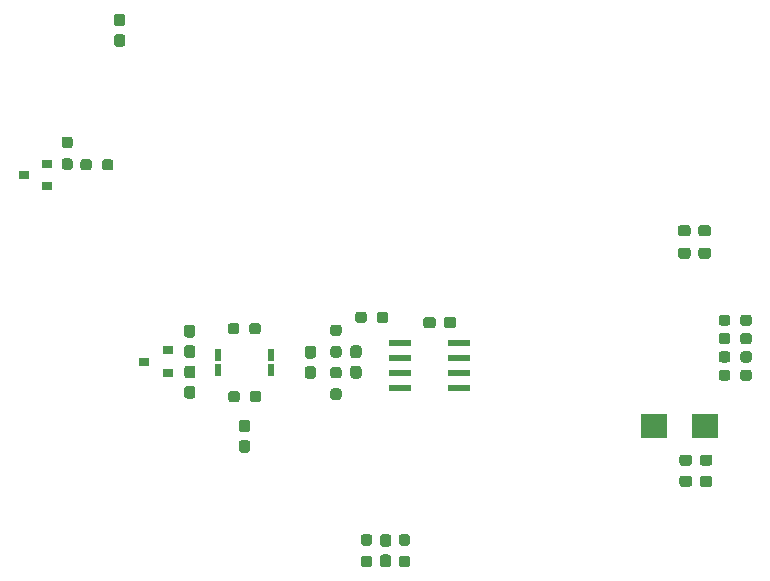
<source format=gbr>
%TF.GenerationSoftware,KiCad,Pcbnew,(5.1.6)-1*%
%TF.CreationDate,2020-11-25T15:36:35+01:00*%
%TF.ProjectId,Board,426f6172-642e-46b6-9963-61645f706362,rev?*%
%TF.SameCoordinates,Original*%
%TF.FileFunction,Paste,Bot*%
%TF.FilePolarity,Positive*%
%FSLAX46Y46*%
G04 Gerber Fmt 4.6, Leading zero omitted, Abs format (unit mm)*
G04 Created by KiCad (PCBNEW (5.1.6)-1) date 2020-11-25 15:36:35*
%MOMM*%
%LPD*%
G01*
G04 APERTURE LIST*
%ADD10R,0.600000X1.000000*%
%ADD11R,0.900000X0.800000*%
%ADD12R,2.290000X2.120000*%
%ADD13R,1.981200X0.558800*%
G04 APERTURE END LIST*
%TO.C,C18*%
G36*
G01*
X73312500Y-100377500D02*
X73787500Y-100377500D01*
G75*
G02*
X74025000Y-100615000I0J-237500D01*
G01*
X74025000Y-101215000D01*
G75*
G02*
X73787500Y-101452500I-237500J0D01*
G01*
X73312500Y-101452500D01*
G75*
G02*
X73075000Y-101215000I0J237500D01*
G01*
X73075000Y-100615000D01*
G75*
G02*
X73312500Y-100377500I237500J0D01*
G01*
G37*
G36*
G01*
X73312500Y-98652500D02*
X73787500Y-98652500D01*
G75*
G02*
X74025000Y-98890000I0J-237500D01*
G01*
X74025000Y-99490000D01*
G75*
G02*
X73787500Y-99727500I-237500J0D01*
G01*
X73312500Y-99727500D01*
G75*
G02*
X73075000Y-99490000I0J237500D01*
G01*
X73075000Y-98890000D01*
G75*
G02*
X73312500Y-98652500I237500J0D01*
G01*
G37*
%TD*%
%TO.C,C17*%
G36*
G01*
X90400000Y-90677500D02*
X90400000Y-90202500D01*
G75*
G02*
X90637500Y-89965000I237500J0D01*
G01*
X91237500Y-89965000D01*
G75*
G02*
X91475000Y-90202500I0J-237500D01*
G01*
X91475000Y-90677500D01*
G75*
G02*
X91237500Y-90915000I-237500J0D01*
G01*
X90637500Y-90915000D01*
G75*
G02*
X90400000Y-90677500I0J237500D01*
G01*
G37*
G36*
G01*
X88675000Y-90677500D02*
X88675000Y-90202500D01*
G75*
G02*
X88912500Y-89965000I237500J0D01*
G01*
X89512500Y-89965000D01*
G75*
G02*
X89750000Y-90202500I0J-237500D01*
G01*
X89750000Y-90677500D01*
G75*
G02*
X89512500Y-90915000I-237500J0D01*
G01*
X88912500Y-90915000D01*
G75*
G02*
X88675000Y-90677500I0J237500D01*
G01*
G37*
%TD*%
%TO.C,R21*%
G36*
G01*
X83888500Y-89758500D02*
X83888500Y-90233500D01*
G75*
G02*
X83651000Y-90471000I-237500J0D01*
G01*
X83151000Y-90471000D01*
G75*
G02*
X82913500Y-90233500I0J237500D01*
G01*
X82913500Y-89758500D01*
G75*
G02*
X83151000Y-89521000I237500J0D01*
G01*
X83651000Y-89521000D01*
G75*
G02*
X83888500Y-89758500I0J-237500D01*
G01*
G37*
G36*
G01*
X85713500Y-89758500D02*
X85713500Y-90233500D01*
G75*
G02*
X85476000Y-90471000I-237500J0D01*
G01*
X84976000Y-90471000D01*
G75*
G02*
X84738500Y-90233500I0J237500D01*
G01*
X84738500Y-89758500D01*
G75*
G02*
X84976000Y-89521000I237500J0D01*
G01*
X85476000Y-89521000D01*
G75*
G02*
X85713500Y-89758500I0J-237500D01*
G01*
G37*
%TD*%
%TO.C,R18*%
G36*
G01*
X58767500Y-75672500D02*
X58292500Y-75672500D01*
G75*
G02*
X58055000Y-75435000I0J237500D01*
G01*
X58055000Y-74935000D01*
G75*
G02*
X58292500Y-74697500I237500J0D01*
G01*
X58767500Y-74697500D01*
G75*
G02*
X59005000Y-74935000I0J-237500D01*
G01*
X59005000Y-75435000D01*
G75*
G02*
X58767500Y-75672500I-237500J0D01*
G01*
G37*
G36*
G01*
X58767500Y-77497500D02*
X58292500Y-77497500D01*
G75*
G02*
X58055000Y-77260000I0J237500D01*
G01*
X58055000Y-76760000D01*
G75*
G02*
X58292500Y-76522500I237500J0D01*
G01*
X58767500Y-76522500D01*
G75*
G02*
X59005000Y-76760000I0J-237500D01*
G01*
X59005000Y-77260000D01*
G75*
G02*
X58767500Y-77497500I-237500J0D01*
G01*
G37*
%TD*%
%TO.C,R17*%
G36*
G01*
X61472500Y-77317500D02*
X61472500Y-76842500D01*
G75*
G02*
X61710000Y-76605000I237500J0D01*
G01*
X62210000Y-76605000D01*
G75*
G02*
X62447500Y-76842500I0J-237500D01*
G01*
X62447500Y-77317500D01*
G75*
G02*
X62210000Y-77555000I-237500J0D01*
G01*
X61710000Y-77555000D01*
G75*
G02*
X61472500Y-77317500I0J237500D01*
G01*
G37*
G36*
G01*
X59647500Y-77317500D02*
X59647500Y-76842500D01*
G75*
G02*
X59885000Y-76605000I237500J0D01*
G01*
X60385000Y-76605000D01*
G75*
G02*
X60622500Y-76842500I0J-237500D01*
G01*
X60622500Y-77317500D01*
G75*
G02*
X60385000Y-77555000I-237500J0D01*
G01*
X59885000Y-77555000D01*
G75*
G02*
X59647500Y-77317500I0J237500D01*
G01*
G37*
%TD*%
%TO.C,R12*%
G36*
G01*
X114675000Y-94652500D02*
X114675000Y-95127500D01*
G75*
G02*
X114437500Y-95365000I-237500J0D01*
G01*
X113937500Y-95365000D01*
G75*
G02*
X113700000Y-95127500I0J237500D01*
G01*
X113700000Y-94652500D01*
G75*
G02*
X113937500Y-94415000I237500J0D01*
G01*
X114437500Y-94415000D01*
G75*
G02*
X114675000Y-94652500I0J-237500D01*
G01*
G37*
G36*
G01*
X116500000Y-94652500D02*
X116500000Y-95127500D01*
G75*
G02*
X116262500Y-95365000I-237500J0D01*
G01*
X115762500Y-95365000D01*
G75*
G02*
X115525000Y-95127500I0J237500D01*
G01*
X115525000Y-94652500D01*
G75*
G02*
X115762500Y-94415000I237500J0D01*
G01*
X116262500Y-94415000D01*
G75*
G02*
X116500000Y-94652500I0J-237500D01*
G01*
G37*
%TD*%
%TO.C,R11*%
G36*
G01*
X114675000Y-93102500D02*
X114675000Y-93577500D01*
G75*
G02*
X114437500Y-93815000I-237500J0D01*
G01*
X113937500Y-93815000D01*
G75*
G02*
X113700000Y-93577500I0J237500D01*
G01*
X113700000Y-93102500D01*
G75*
G02*
X113937500Y-92865000I237500J0D01*
G01*
X114437500Y-92865000D01*
G75*
G02*
X114675000Y-93102500I0J-237500D01*
G01*
G37*
G36*
G01*
X116500000Y-93102500D02*
X116500000Y-93577500D01*
G75*
G02*
X116262500Y-93815000I-237500J0D01*
G01*
X115762500Y-93815000D01*
G75*
G02*
X115525000Y-93577500I0J237500D01*
G01*
X115525000Y-93102500D01*
G75*
G02*
X115762500Y-92865000I237500J0D01*
G01*
X116262500Y-92865000D01*
G75*
G02*
X116500000Y-93102500I0J-237500D01*
G01*
G37*
%TD*%
%TO.C,R10*%
G36*
G01*
X114675000Y-91552500D02*
X114675000Y-92027500D01*
G75*
G02*
X114437500Y-92265000I-237500J0D01*
G01*
X113937500Y-92265000D01*
G75*
G02*
X113700000Y-92027500I0J237500D01*
G01*
X113700000Y-91552500D01*
G75*
G02*
X113937500Y-91315000I237500J0D01*
G01*
X114437500Y-91315000D01*
G75*
G02*
X114675000Y-91552500I0J-237500D01*
G01*
G37*
G36*
G01*
X116500000Y-91552500D02*
X116500000Y-92027500D01*
G75*
G02*
X116262500Y-92265000I-237500J0D01*
G01*
X115762500Y-92265000D01*
G75*
G02*
X115525000Y-92027500I0J237500D01*
G01*
X115525000Y-91552500D01*
G75*
G02*
X115762500Y-91315000I237500J0D01*
G01*
X116262500Y-91315000D01*
G75*
G02*
X116500000Y-91552500I0J-237500D01*
G01*
G37*
%TD*%
%TO.C,R9*%
G36*
G01*
X114675000Y-90002500D02*
X114675000Y-90477500D01*
G75*
G02*
X114437500Y-90715000I-237500J0D01*
G01*
X113937500Y-90715000D01*
G75*
G02*
X113700000Y-90477500I0J237500D01*
G01*
X113700000Y-90002500D01*
G75*
G02*
X113937500Y-89765000I237500J0D01*
G01*
X114437500Y-89765000D01*
G75*
G02*
X114675000Y-90002500I0J-237500D01*
G01*
G37*
G36*
G01*
X116500000Y-90002500D02*
X116500000Y-90477500D01*
G75*
G02*
X116262500Y-90715000I-237500J0D01*
G01*
X115762500Y-90715000D01*
G75*
G02*
X115525000Y-90477500I0J237500D01*
G01*
X115525000Y-90002500D01*
G75*
G02*
X115762500Y-89765000I237500J0D01*
G01*
X116262500Y-89765000D01*
G75*
G02*
X116500000Y-90002500I0J-237500D01*
G01*
G37*
%TD*%
%TO.C,R7*%
G36*
G01*
X81051500Y-96009000D02*
X81526500Y-96009000D01*
G75*
G02*
X81764000Y-96246500I0J-237500D01*
G01*
X81764000Y-96746500D01*
G75*
G02*
X81526500Y-96984000I-237500J0D01*
G01*
X81051500Y-96984000D01*
G75*
G02*
X80814000Y-96746500I0J237500D01*
G01*
X80814000Y-96246500D01*
G75*
G02*
X81051500Y-96009000I237500J0D01*
G01*
G37*
G36*
G01*
X81051500Y-94184000D02*
X81526500Y-94184000D01*
G75*
G02*
X81764000Y-94421500I0J-237500D01*
G01*
X81764000Y-94921500D01*
G75*
G02*
X81526500Y-95159000I-237500J0D01*
G01*
X81051500Y-95159000D01*
G75*
G02*
X80814000Y-94921500I0J237500D01*
G01*
X80814000Y-94421500D01*
G75*
G02*
X81051500Y-94184000I237500J0D01*
G01*
G37*
%TD*%
%TO.C,R6*%
G36*
G01*
X81051500Y-92429500D02*
X81526500Y-92429500D01*
G75*
G02*
X81764000Y-92667000I0J-237500D01*
G01*
X81764000Y-93167000D01*
G75*
G02*
X81526500Y-93404500I-237500J0D01*
G01*
X81051500Y-93404500D01*
G75*
G02*
X80814000Y-93167000I0J237500D01*
G01*
X80814000Y-92667000D01*
G75*
G02*
X81051500Y-92429500I237500J0D01*
G01*
G37*
G36*
G01*
X81051500Y-90604500D02*
X81526500Y-90604500D01*
G75*
G02*
X81764000Y-90842000I0J-237500D01*
G01*
X81764000Y-91342000D01*
G75*
G02*
X81526500Y-91579500I-237500J0D01*
G01*
X81051500Y-91579500D01*
G75*
G02*
X80814000Y-91342000I0J237500D01*
G01*
X80814000Y-90842000D01*
G75*
G02*
X81051500Y-90604500I237500J0D01*
G01*
G37*
%TD*%
%TO.C,R5*%
G36*
G01*
X73152500Y-96462500D02*
X73152500Y-96937500D01*
G75*
G02*
X72915000Y-97175000I-237500J0D01*
G01*
X72415000Y-97175000D01*
G75*
G02*
X72177500Y-96937500I0J237500D01*
G01*
X72177500Y-96462500D01*
G75*
G02*
X72415000Y-96225000I237500J0D01*
G01*
X72915000Y-96225000D01*
G75*
G02*
X73152500Y-96462500I0J-237500D01*
G01*
G37*
G36*
G01*
X74977500Y-96462500D02*
X74977500Y-96937500D01*
G75*
G02*
X74740000Y-97175000I-237500J0D01*
G01*
X74240000Y-97175000D01*
G75*
G02*
X74002500Y-96937500I0J237500D01*
G01*
X74002500Y-96462500D01*
G75*
G02*
X74240000Y-96225000I237500J0D01*
G01*
X74740000Y-96225000D01*
G75*
G02*
X74977500Y-96462500I0J-237500D01*
G01*
G37*
%TD*%
%TO.C,R4*%
G36*
G01*
X73107500Y-90712500D02*
X73107500Y-91187500D01*
G75*
G02*
X72870000Y-91425000I-237500J0D01*
G01*
X72370000Y-91425000D01*
G75*
G02*
X72132500Y-91187500I0J237500D01*
G01*
X72132500Y-90712500D01*
G75*
G02*
X72370000Y-90475000I237500J0D01*
G01*
X72870000Y-90475000D01*
G75*
G02*
X73107500Y-90712500I0J-237500D01*
G01*
G37*
G36*
G01*
X74932500Y-90712500D02*
X74932500Y-91187500D01*
G75*
G02*
X74695000Y-91425000I-237500J0D01*
G01*
X74195000Y-91425000D01*
G75*
G02*
X73957500Y-91187500I0J237500D01*
G01*
X73957500Y-90712500D01*
G75*
G02*
X74195000Y-90475000I237500J0D01*
G01*
X74695000Y-90475000D01*
G75*
G02*
X74932500Y-90712500I0J-237500D01*
G01*
G37*
%TD*%
%TO.C,R2*%
G36*
G01*
X86852500Y-110167500D02*
X87327500Y-110167500D01*
G75*
G02*
X87565000Y-110405000I0J-237500D01*
G01*
X87565000Y-110905000D01*
G75*
G02*
X87327500Y-111142500I-237500J0D01*
G01*
X86852500Y-111142500D01*
G75*
G02*
X86615000Y-110905000I0J237500D01*
G01*
X86615000Y-110405000D01*
G75*
G02*
X86852500Y-110167500I237500J0D01*
G01*
G37*
G36*
G01*
X86852500Y-108342500D02*
X87327500Y-108342500D01*
G75*
G02*
X87565000Y-108580000I0J-237500D01*
G01*
X87565000Y-109080000D01*
G75*
G02*
X87327500Y-109317500I-237500J0D01*
G01*
X86852500Y-109317500D01*
G75*
G02*
X86615000Y-109080000I0J237500D01*
G01*
X86615000Y-108580000D01*
G75*
G02*
X86852500Y-108342500I237500J0D01*
G01*
G37*
%TD*%
%TO.C,R1*%
G36*
G01*
X84117500Y-109317500D02*
X83642500Y-109317500D01*
G75*
G02*
X83405000Y-109080000I0J237500D01*
G01*
X83405000Y-108580000D01*
G75*
G02*
X83642500Y-108342500I237500J0D01*
G01*
X84117500Y-108342500D01*
G75*
G02*
X84355000Y-108580000I0J-237500D01*
G01*
X84355000Y-109080000D01*
G75*
G02*
X84117500Y-109317500I-237500J0D01*
G01*
G37*
G36*
G01*
X84117500Y-111142500D02*
X83642500Y-111142500D01*
G75*
G02*
X83405000Y-110905000I0J237500D01*
G01*
X83405000Y-110405000D01*
G75*
G02*
X83642500Y-110167500I237500J0D01*
G01*
X84117500Y-110167500D01*
G75*
G02*
X84355000Y-110405000I0J-237500D01*
G01*
X84355000Y-110905000D01*
G75*
G02*
X84117500Y-111142500I-237500J0D01*
G01*
G37*
%TD*%
%TO.C,C15*%
G36*
G01*
X111970000Y-84797500D02*
X111970000Y-84322500D01*
G75*
G02*
X112207500Y-84085000I237500J0D01*
G01*
X112807500Y-84085000D01*
G75*
G02*
X113045000Y-84322500I0J-237500D01*
G01*
X113045000Y-84797500D01*
G75*
G02*
X112807500Y-85035000I-237500J0D01*
G01*
X112207500Y-85035000D01*
G75*
G02*
X111970000Y-84797500I0J237500D01*
G01*
G37*
G36*
G01*
X110245000Y-84797500D02*
X110245000Y-84322500D01*
G75*
G02*
X110482500Y-84085000I237500J0D01*
G01*
X111082500Y-84085000D01*
G75*
G02*
X111320000Y-84322500I0J-237500D01*
G01*
X111320000Y-84797500D01*
G75*
G02*
X111082500Y-85035000I-237500J0D01*
G01*
X110482500Y-85035000D01*
G75*
G02*
X110245000Y-84797500I0J237500D01*
G01*
G37*
%TD*%
%TO.C,C14*%
G36*
G01*
X111970000Y-82887500D02*
X111970000Y-82412500D01*
G75*
G02*
X112207500Y-82175000I237500J0D01*
G01*
X112807500Y-82175000D01*
G75*
G02*
X113045000Y-82412500I0J-237500D01*
G01*
X113045000Y-82887500D01*
G75*
G02*
X112807500Y-83125000I-237500J0D01*
G01*
X112207500Y-83125000D01*
G75*
G02*
X111970000Y-82887500I0J237500D01*
G01*
G37*
G36*
G01*
X110245000Y-82887500D02*
X110245000Y-82412500D01*
G75*
G02*
X110482500Y-82175000I237500J0D01*
G01*
X111082500Y-82175000D01*
G75*
G02*
X111320000Y-82412500I0J-237500D01*
G01*
X111320000Y-82887500D01*
G75*
G02*
X111082500Y-83125000I-237500J0D01*
G01*
X110482500Y-83125000D01*
G75*
G02*
X110245000Y-82887500I0J237500D01*
G01*
G37*
%TD*%
%TO.C,C13*%
G36*
G01*
X112093000Y-104117500D02*
X112093000Y-103642500D01*
G75*
G02*
X112330500Y-103405000I237500J0D01*
G01*
X112930500Y-103405000D01*
G75*
G02*
X113168000Y-103642500I0J-237500D01*
G01*
X113168000Y-104117500D01*
G75*
G02*
X112930500Y-104355000I-237500J0D01*
G01*
X112330500Y-104355000D01*
G75*
G02*
X112093000Y-104117500I0J237500D01*
G01*
G37*
G36*
G01*
X110368000Y-104117500D02*
X110368000Y-103642500D01*
G75*
G02*
X110605500Y-103405000I237500J0D01*
G01*
X111205500Y-103405000D01*
G75*
G02*
X111443000Y-103642500I0J-237500D01*
G01*
X111443000Y-104117500D01*
G75*
G02*
X111205500Y-104355000I-237500J0D01*
G01*
X110605500Y-104355000D01*
G75*
G02*
X110368000Y-104117500I0J237500D01*
G01*
G37*
%TD*%
%TO.C,C12*%
G36*
G01*
X111443000Y-101852500D02*
X111443000Y-102327500D01*
G75*
G02*
X111205500Y-102565000I-237500J0D01*
G01*
X110605500Y-102565000D01*
G75*
G02*
X110368000Y-102327500I0J237500D01*
G01*
X110368000Y-101852500D01*
G75*
G02*
X110605500Y-101615000I237500J0D01*
G01*
X111205500Y-101615000D01*
G75*
G02*
X111443000Y-101852500I0J-237500D01*
G01*
G37*
G36*
G01*
X113168000Y-101852500D02*
X113168000Y-102327500D01*
G75*
G02*
X112930500Y-102565000I-237500J0D01*
G01*
X112330500Y-102565000D01*
G75*
G02*
X112093000Y-102327500I0J237500D01*
G01*
X112093000Y-101852500D01*
G75*
G02*
X112330500Y-101615000I237500J0D01*
G01*
X112930500Y-101615000D01*
G75*
G02*
X113168000Y-101852500I0J-237500D01*
G01*
G37*
%TD*%
%TO.C,C11*%
G36*
G01*
X63207500Y-65365000D02*
X62732500Y-65365000D01*
G75*
G02*
X62495000Y-65127500I0J237500D01*
G01*
X62495000Y-64527500D01*
G75*
G02*
X62732500Y-64290000I237500J0D01*
G01*
X63207500Y-64290000D01*
G75*
G02*
X63445000Y-64527500I0J-237500D01*
G01*
X63445000Y-65127500D01*
G75*
G02*
X63207500Y-65365000I-237500J0D01*
G01*
G37*
G36*
G01*
X63207500Y-67090000D02*
X62732500Y-67090000D01*
G75*
G02*
X62495000Y-66852500I0J237500D01*
G01*
X62495000Y-66252500D01*
G75*
G02*
X62732500Y-66015000I237500J0D01*
G01*
X63207500Y-66015000D01*
G75*
G02*
X63445000Y-66252500I0J-237500D01*
G01*
X63445000Y-66852500D01*
G75*
G02*
X63207500Y-67090000I-237500J0D01*
G01*
G37*
%TD*%
%TO.C,C7*%
G36*
G01*
X83217500Y-93447500D02*
X82742500Y-93447500D01*
G75*
G02*
X82505000Y-93210000I0J237500D01*
G01*
X82505000Y-92610000D01*
G75*
G02*
X82742500Y-92372500I237500J0D01*
G01*
X83217500Y-92372500D01*
G75*
G02*
X83455000Y-92610000I0J-237500D01*
G01*
X83455000Y-93210000D01*
G75*
G02*
X83217500Y-93447500I-237500J0D01*
G01*
G37*
G36*
G01*
X83217500Y-95172500D02*
X82742500Y-95172500D01*
G75*
G02*
X82505000Y-94935000I0J237500D01*
G01*
X82505000Y-94335000D01*
G75*
G02*
X82742500Y-94097500I237500J0D01*
G01*
X83217500Y-94097500D01*
G75*
G02*
X83455000Y-94335000I0J-237500D01*
G01*
X83455000Y-94935000D01*
G75*
G02*
X83217500Y-95172500I-237500J0D01*
G01*
G37*
%TD*%
%TO.C,C6*%
G36*
G01*
X78892500Y-94131000D02*
X79367500Y-94131000D01*
G75*
G02*
X79605000Y-94368500I0J-237500D01*
G01*
X79605000Y-94968500D01*
G75*
G02*
X79367500Y-95206000I-237500J0D01*
G01*
X78892500Y-95206000D01*
G75*
G02*
X78655000Y-94968500I0J237500D01*
G01*
X78655000Y-94368500D01*
G75*
G02*
X78892500Y-94131000I237500J0D01*
G01*
G37*
G36*
G01*
X78892500Y-92406000D02*
X79367500Y-92406000D01*
G75*
G02*
X79605000Y-92643500I0J-237500D01*
G01*
X79605000Y-93243500D01*
G75*
G02*
X79367500Y-93481000I-237500J0D01*
G01*
X78892500Y-93481000D01*
G75*
G02*
X78655000Y-93243500I0J237500D01*
G01*
X78655000Y-92643500D01*
G75*
G02*
X78892500Y-92406000I237500J0D01*
G01*
G37*
%TD*%
%TO.C,C5*%
G36*
G01*
X69157500Y-95155000D02*
X68682500Y-95155000D01*
G75*
G02*
X68445000Y-94917500I0J237500D01*
G01*
X68445000Y-94317500D01*
G75*
G02*
X68682500Y-94080000I237500J0D01*
G01*
X69157500Y-94080000D01*
G75*
G02*
X69395000Y-94317500I0J-237500D01*
G01*
X69395000Y-94917500D01*
G75*
G02*
X69157500Y-95155000I-237500J0D01*
G01*
G37*
G36*
G01*
X69157500Y-96880000D02*
X68682500Y-96880000D01*
G75*
G02*
X68445000Y-96642500I0J237500D01*
G01*
X68445000Y-96042500D01*
G75*
G02*
X68682500Y-95805000I237500J0D01*
G01*
X69157500Y-95805000D01*
G75*
G02*
X69395000Y-96042500I0J-237500D01*
G01*
X69395000Y-96642500D01*
G75*
G02*
X69157500Y-96880000I-237500J0D01*
G01*
G37*
%TD*%
%TO.C,C4*%
G36*
G01*
X69137500Y-91705000D02*
X68662500Y-91705000D01*
G75*
G02*
X68425000Y-91467500I0J237500D01*
G01*
X68425000Y-90867500D01*
G75*
G02*
X68662500Y-90630000I237500J0D01*
G01*
X69137500Y-90630000D01*
G75*
G02*
X69375000Y-90867500I0J-237500D01*
G01*
X69375000Y-91467500D01*
G75*
G02*
X69137500Y-91705000I-237500J0D01*
G01*
G37*
G36*
G01*
X69137500Y-93430000D02*
X68662500Y-93430000D01*
G75*
G02*
X68425000Y-93192500I0J237500D01*
G01*
X68425000Y-92592500D01*
G75*
G02*
X68662500Y-92355000I237500J0D01*
G01*
X69137500Y-92355000D01*
G75*
G02*
X69375000Y-92592500I0J-237500D01*
G01*
X69375000Y-93192500D01*
G75*
G02*
X69137500Y-93430000I-237500J0D01*
G01*
G37*
%TD*%
%TO.C,C1*%
G36*
G01*
X85252500Y-110067500D02*
X85727500Y-110067500D01*
G75*
G02*
X85965000Y-110305000I0J-237500D01*
G01*
X85965000Y-110905000D01*
G75*
G02*
X85727500Y-111142500I-237500J0D01*
G01*
X85252500Y-111142500D01*
G75*
G02*
X85015000Y-110905000I0J237500D01*
G01*
X85015000Y-110305000D01*
G75*
G02*
X85252500Y-110067500I237500J0D01*
G01*
G37*
G36*
G01*
X85252500Y-108342500D02*
X85727500Y-108342500D01*
G75*
G02*
X85965000Y-108580000I0J-237500D01*
G01*
X85965000Y-109180000D01*
G75*
G02*
X85727500Y-109417500I-237500J0D01*
G01*
X85252500Y-109417500D01*
G75*
G02*
X85015000Y-109180000I0J237500D01*
G01*
X85015000Y-108580000D01*
G75*
G02*
X85252500Y-108342500I237500J0D01*
G01*
G37*
%TD*%
D10*
%TO.C,L2*%
X71272000Y-94426000D03*
X75822000Y-94426000D03*
X71272000Y-93176000D03*
X75822000Y-93176000D03*
%TD*%
D11*
%TO.C,Q1*%
X56850000Y-77010000D03*
X56850000Y-78910000D03*
X54850000Y-77960000D03*
%TD*%
D12*
%TO.C,D2*%
X108220000Y-99210000D03*
X112540000Y-99210000D03*
%TD*%
D13*
%TO.C,IC1*%
X91677600Y-92155000D03*
X91677600Y-93425000D03*
X91677600Y-94695000D03*
X91677600Y-95965000D03*
X86750000Y-95965000D03*
X86750000Y-94695000D03*
X86750000Y-93425000D03*
X86750000Y-92155000D03*
%TD*%
D11*
%TO.C,D1*%
X67100000Y-92790000D03*
X67100000Y-94690000D03*
X65000000Y-93740000D03*
%TD*%
M02*

</source>
